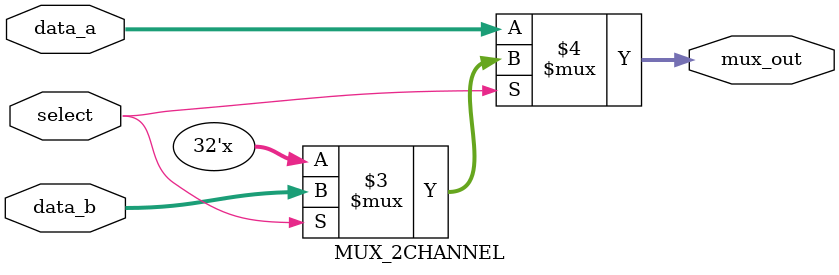
<source format=v>
module MUX_2CHANNEL (mux_out, data_a, data_b, select);
  
  parameter word_size = 32;
  
  output [word_size-1:0] mux_out;
  
  input [word_size-1:0] data_a, data_b;
  input select;
  
  assign mux_out = (select == 0) ? data_a : (select == 1) ? data_b : 'bx;
  
endmodule

</source>
